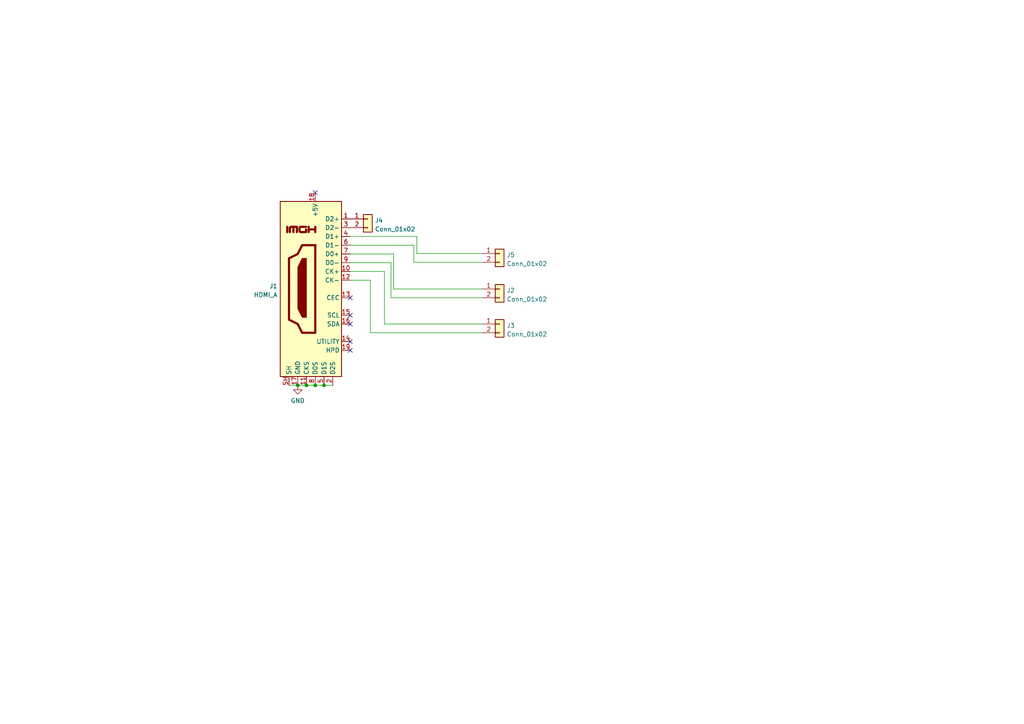
<source format=kicad_sch>
(kicad_sch (version 20211123) (generator eeschema)
  (paper "A4")
  (lib_symbols
    (symbol "Connector:HDMI_A"
      (property "Reference" "J" (at -6.35 26.67 0))
      (property "Value" "HDMI_A" (at 10.16 26.67 0))
      (symbol "HDMI_A_0_0"
        (polyline (pts (xy 8.128 16.51) (xy 8.128 18.034)) (stroke (width 0.635)))
        (polyline (pts (xy 0 16.51) (xy 0 18.034) (xy 0 17.272) (xy 1.905 17.272) (xy 1.905 18.034) (xy 1.905 16.51)) (stroke (width 0.635)))
        (polyline (pts (xy 2.667 18.034) (xy 4.318 18.034) (xy 4.572 17.78) (xy 4.572 16.764) (xy 4.318 16.51) (xy 2.667 16.51) (xy 2.667 17.272)) (stroke (width 0.635)))
      )
      (symbol "HDMI_A_0_1"
        (rectangle (start -7.62 25.4) (end 10.16 -25.4) (stroke (width 0.254)) (fill (type background)))
        (polyline (pts (xy 2.54 8.89) (xy 3.81 8.89) (xy 5.08 6.35) (xy 5.08 -5.715) (xy 3.81 -8.255) (xy 2.54 -8.255) (xy 2.54 8.89)) (fill (type outline)))
        (polyline (pts (xy 5.334 16.51) (xy 5.334 18.034) (xy 6.35 18.034) (xy 6.35 16.51) (xy 6.35 18.034) (xy 7.112 18.034) (xy 7.366 17.78) (xy 7.366 16.51)) (stroke (width 0.635)))
        (polyline (pts (xy 0 12.7) (xy 0 -12.7) (xy 3.81 -12.7) (xy 5.08 -10.16) (xy 7.62 -8.89) (xy 7.62 8.89) (xy 5.08 10.16) (xy 3.81 12.7) (xy 0 12.7)) (stroke (width 0.635)))
      )
      (symbol "HDMI_A_1_1"
        (pin passive line (at -10.16 20.32 0) (length 2.54) (name "D2+") (number "1"))
        (pin passive line (at -10.16 5.08 0) (length 2.54) (name "CK+") (number "10"))
        (pin power_in line (at 2.54 -27.94 90) (length 2.54) (name "CKS") (number "11"))
        (pin passive line (at -10.16 2.54 0) (length 2.54) (name "CK-") (number "12"))
        (pin bidirectional line (at -10.16 -2.54 0) (length 2.54) (name "CEC") (number "13"))
        (pin passive line (at -10.16 -15.24 0) (length 2.54) (name "UTILITY") (number "14"))
        (pin passive line (at -10.16 -7.62 0) (length 2.54) (name "SCL") (number "15"))
        (pin bidirectional line (at -10.16 -10.16 0) (length 2.54) (name "SDA") (number "16"))
        (pin power_in line (at 5.08 -27.94 90) (length 2.54) (name "GND") (number "17"))
        (pin power_in line (at 0 27.94 270) (length 2.54) (name "+5V") (number "18"))
        (pin passive line (at -10.16 -17.78 0) (length 2.54) (name "HPD") (number "19"))
        (pin power_in line (at -5.08 -27.94 90) (length 2.54) (name "D2S") (number "2"))
        (pin passive line (at -10.16 17.78 0) (length 2.54) (name "D2-") (number "3"))
        (pin passive line (at -10.16 15.24 0) (length 2.54) (name "D1+") (number "4"))
        (pin power_in line (at -2.54 -27.94 90) (length 2.54) (name "D1S") (number "5"))
        (pin passive line (at -10.16 12.7 0) (length 2.54) (name "D1-") (number "6"))
        (pin passive line (at -10.16 10.16 0) (length 2.54) (name "D0+") (number "7"))
        (pin power_in line (at 0 -27.94 90) (length 2.54) (name "D0S") (number "8"))
        (pin passive line (at -10.16 7.62 0) (length 2.54) (name "D0-") (number "9"))
        (pin passive line (at 7.62 -27.94 90) (length 2.54) (name "SH") (number "SH"))
      )
    )
    (symbol "Connector_Generic:Conn_01x02" (pin_names (offset 1.016) hide)
      (property "Reference" "J" (at 0 2.54 0))
      (property "Value" "Conn_01x02" (at 0 -5.08 0))
      (symbol "Conn_01x02_1_1"
        (rectangle (start -1.27 -2.413) (end 0 -2.667) (stroke (width 0.1524)))
        (rectangle (start -1.27 0.127) (end 0 -0.127) (stroke (width 0.1524)))
        (rectangle (start -1.27 1.27) (end 1.27 -3.81) (stroke (width 0.254)) (fill (type background)))
        (pin passive line (at -5.08 0 0) (length 3.81) (name "Pin_1") (number "1"))
        (pin passive line (at -5.08 -2.54 0) (length 3.81) (name "Pin_2") (number "2"))
      )
    )
    (symbol "power:GND" (power) (pin_names (offset 0))
      (property "Value" "GND" (at 0 -3.81 0))
      (symbol "GND_0_1"
        (polyline (pts (xy 0 0) (xy 0 -1.27) (xy 1.27 -1.27) (xy 0 -2.54) (xy -1.27 -1.27) (xy 0 -1.27)))
      )
      (symbol "GND_1_1"
        (pin power_in line (at 0 0 270) (length 0) hide (name "GND") (number "1"))
      )
    )
  )
  (junction (at 91.44 111.76))
  (junction (at 88.9 111.76))
  (junction (at 93.98 111.76))
  (junction (at 86.36 111.76))
  (no_connect (at 101.6 101.6))
  (no_connect (at 91.44 55.88))
  (no_connect (at 101.6 93.98))
  (no_connect (at 101.6 86.36))
  (no_connect (at 101.6 91.44))
  (no_connect (at 101.6 99.06))
  (wire (pts (xy 120.015 76.073) (xy 139.827 76.073)))
  (wire (pts (xy 113.411 76.2) (xy 101.6 76.2)))
  (wire (pts (xy 120.904 73.533) (xy 120.904 68.58)))
  (wire (pts (xy 139.827 73.533) (xy 120.904 73.533)))
  (wire (pts (xy 111.506 93.98) (xy 139.827 93.98)))
  (wire (pts (xy 101.6 78.74) (xy 111.506 78.74)))
  (wire (pts (xy 101.6 73.66) (xy 114.173 73.66)))
  (wire (pts (xy 86.36 111.76) (xy 88.9 111.76)))
  (wire (pts (xy 91.44 111.76) (xy 93.98 111.76)))
  (wire (pts (xy 107.442 96.52) (xy 107.442 81.28)))
  (wire (pts (xy 111.506 78.74) (xy 111.506 93.98)))
  (wire (pts (xy 93.98 111.76) (xy 96.52 111.76)))
  (wire (pts (xy 139.827 96.52) (xy 107.442 96.52)))
  (wire (pts (xy 113.411 86.36) (xy 113.411 76.2)))
  (wire (pts (xy 114.173 73.66) (xy 114.173 83.82)))
  (wire (pts (xy 120.015 71.12) (xy 120.015 76.073)))
  (wire (pts (xy 101.6 71.12) (xy 120.015 71.12)))
  (wire (pts (xy 107.442 81.28) (xy 101.6 81.28)))
  (wire (pts (xy 139.827 86.36) (xy 113.411 86.36)))
  (wire (pts (xy 120.904 68.58) (xy 101.6 68.58)))
  (wire (pts (xy 83.82 111.76) (xy 86.36 111.76)))
  (wire (pts (xy 114.173 83.82) (xy 139.827 83.82)))
  (wire (pts (xy 88.9 111.76) (xy 91.44 111.76)))
  (symbol (lib_id "Connector_Generic:Conn_01x02") (at 144.907 83.82 0) (unit 1)
    (property "Reference" "J2" (at 146.939 84.2553 0) (effects (justify left)))
    (property "Value" "Conn_01x02" (at 146.939 86.7922 0) (effects (justify left)))
    (property "Footprint" "Connector_JST:JST_PH_S2B-PH-K_1x02_P2.00mm_Horizontal" (effects hide))
    (property "LCSC" "C16965" (effects hide))
  )
  (symbol (lib_id "Connector_Generic:Conn_01x02") (at 144.907 73.533 0) (unit 1)
    (property "Reference" "J5" (at 146.939 73.9683 0) (effects (justify left)))
    (property "Value" "Conn_01x02" (at 146.939 76.5052 0) (effects (justify left)))
    (property "Footprint" "Connector_JST:JST_PH_S2B-PH-K_1x02_P2.00mm_Horizontal" (effects hide))
    (property "LCSC" "C16965" (effects hide))
  )
  (symbol (lib_id "Connector_Generic:Conn_01x02") (at 144.907 93.98 0) (unit 1)
    (property "Reference" "J3" (at 146.939 94.4153 0) (effects (justify left)))
    (property "Value" "Conn_01x02" (at 146.939 96.9522 0) (effects (justify left)))
    (property "Footprint" "Connector_JST:JST_PH_S2B-PH-K_1x02_P2.00mm_Horizontal" (effects hide))
    (property "LCSC" "C16965" (effects hide))
  )
  (symbol (lib_id "Connector_Generic:Conn_01x02") (at 106.68 63.5 0) (unit 1)
    (property "Reference" "J4" (at 108.712 63.9353 0) (effects (justify left)))
    (property "Value" "Conn_01x02" (at 108.712 66.4722 0) (effects (justify left)))
    (property "Footprint" "Connector_JST:JST_PH_S2B-PH-K_1x02_P2.00mm_Horizontal" (effects hide))
    (property "LCSC" "C16965" (effects hide))
  )
  (symbol (lib_id "power:GND") (at 86.36 111.76 0) (unit 1)
    (property "Reference" "#PWR0101" (effects hide))
    (property "Value" "GND" (at 86.36 116.2034 0))
  )
  (symbol (lib_id "Connector:HDMI_A") (at 91.44 83.82 0) (mirror y) (unit 1)
    (property "Reference" "J1" (at 80.5181 82.9853 0) (effects (justify left)))
    (property "Value" "HDMI_A" (at 80.5181 85.5222 0) (effects (justify left)))
    (property "Footprint" "0_21Pin_FootprintLib:HDMI-SMD_HDMI-019S" (effects hide))
    (property "Datasheet" "https://en.wikipedia.org/wiki/HDMI" (effects hide))
    (property "LCSC" "C111617" (effects hide))
  )
)
</source>
